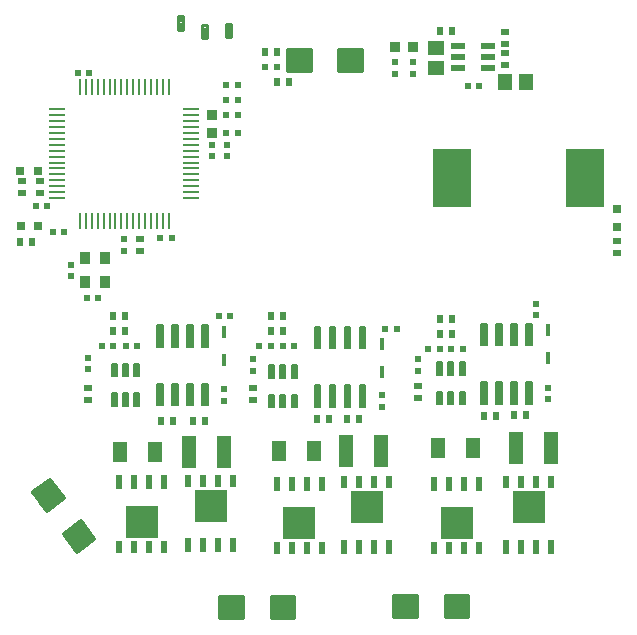
<source format=gbr>
G04 EAGLE Gerber RS-274X export*
G75*
%MOMM*%
%FSLAX34Y34*%
%LPD*%
%INSolderpaste Top*%
%IPPOS*%
%AMOC8*
5,1,8,0,0,1.08239X$1,22.5*%
G01*
G04 Define Apertures*
%ADD10C,0.319500*%
%ADD11R,0.560000X0.629100*%
%ADD12R,0.535100X0.644000*%
%ADD13R,0.629100X0.560000*%
%ADD14R,0.900000X0.970200*%
%ADD15R,0.932600X0.970200*%
%ADD16R,1.172300X0.591500*%
%ADD17R,0.644000X0.535100*%
%ADD18R,0.800000X0.800000*%
%ADD19C,0.150000*%
%ADD20R,0.463600X1.037600*%
%ADD21R,1.164600X1.815300*%
%ADD22R,0.280000X1.470000*%
%ADD23R,1.470000X0.280000*%
%ADD24R,0.970200X0.900000*%
%ADD25R,0.970200X0.932600*%
%ADD26R,0.939800X1.066800*%
%ADD27R,1.164600X2.715300*%
%ADD28R,1.465300X1.164600*%
%ADD29R,1.164600X1.465300*%
%ADD30R,3.251200X5.003800*%
%ADD31C,0.284478*%
%ADD32R,2.760000X2.680000*%
%ADD33R,0.610000X1.270000*%
%ADD34R,0.610000X1.020000*%
%ADD35C,0.145000*%
D10*
X9557Y157643D02*
X28863Y157643D01*
X28863Y139537D01*
X9557Y139537D01*
X9557Y157643D01*
X9557Y142572D02*
X28863Y142572D01*
X28863Y145607D02*
X9557Y145607D01*
X9557Y148642D02*
X28863Y148642D01*
X28863Y151677D02*
X9557Y151677D01*
X9557Y154712D02*
X28863Y154712D01*
X-14637Y157643D02*
X-33943Y157643D01*
X-14637Y157643D02*
X-14637Y139537D01*
X-33943Y139537D01*
X-33943Y157643D01*
X-33943Y142572D02*
X-14637Y142572D01*
X-14637Y145607D02*
X-33943Y145607D01*
X-33943Y148642D02*
X-14637Y148642D01*
X-14637Y151677D02*
X-33943Y151677D01*
X-33943Y154712D02*
X-14637Y154712D01*
D11*
X-43414Y143510D03*
X-53106Y143510D03*
D12*
X-43175Y130810D03*
X-33025Y130810D03*
X-53335Y156210D03*
X-43185Y156210D03*
D13*
X57150Y147392D03*
X57150Y137700D03*
X72390Y147086D03*
X72390Y137394D03*
D14*
X56919Y160020D03*
D15*
X72458Y160020D03*
D16*
X135215Y142226D03*
X135215Y151726D03*
X135215Y161226D03*
X110219Y161226D03*
X110219Y151726D03*
X110219Y142226D03*
D12*
X105405Y173990D03*
X95255Y173990D03*
D11*
X128036Y127000D03*
X118344Y127000D03*
D17*
X149860Y154935D03*
X149860Y144785D03*
X149860Y172715D03*
X149860Y162565D03*
D18*
X245110Y7740D03*
X245110Y22740D03*
D17*
X245110Y-13965D03*
X245110Y-3815D03*
D19*
X167930Y-74100D02*
X167930Y-92300D01*
X167930Y-74100D02*
X172430Y-74100D01*
X172430Y-92300D01*
X167930Y-92300D01*
X167930Y-90875D02*
X172430Y-90875D01*
X172430Y-89450D02*
X167930Y-89450D01*
X167930Y-88025D02*
X172430Y-88025D01*
X172430Y-86600D02*
X167930Y-86600D01*
X167930Y-85175D02*
X172430Y-85175D01*
X172430Y-83750D02*
X167930Y-83750D01*
X167930Y-82325D02*
X172430Y-82325D01*
X172430Y-80900D02*
X167930Y-80900D01*
X167930Y-79475D02*
X172430Y-79475D01*
X172430Y-78050D02*
X167930Y-78050D01*
X167930Y-76625D02*
X172430Y-76625D01*
X172430Y-75200D02*
X167930Y-75200D01*
X155230Y-74100D02*
X155230Y-92300D01*
X155230Y-74100D02*
X159730Y-74100D01*
X159730Y-92300D01*
X155230Y-92300D01*
X155230Y-90875D02*
X159730Y-90875D01*
X159730Y-89450D02*
X155230Y-89450D01*
X155230Y-88025D02*
X159730Y-88025D01*
X159730Y-86600D02*
X155230Y-86600D01*
X155230Y-85175D02*
X159730Y-85175D01*
X159730Y-83750D02*
X155230Y-83750D01*
X155230Y-82325D02*
X159730Y-82325D01*
X159730Y-80900D02*
X155230Y-80900D01*
X155230Y-79475D02*
X159730Y-79475D01*
X159730Y-78050D02*
X155230Y-78050D01*
X155230Y-76625D02*
X159730Y-76625D01*
X159730Y-75200D02*
X155230Y-75200D01*
X142530Y-74100D02*
X142530Y-92300D01*
X142530Y-74100D02*
X147030Y-74100D01*
X147030Y-92300D01*
X142530Y-92300D01*
X142530Y-90875D02*
X147030Y-90875D01*
X147030Y-89450D02*
X142530Y-89450D01*
X142530Y-88025D02*
X147030Y-88025D01*
X147030Y-86600D02*
X142530Y-86600D01*
X142530Y-85175D02*
X147030Y-85175D01*
X147030Y-83750D02*
X142530Y-83750D01*
X142530Y-82325D02*
X147030Y-82325D01*
X147030Y-80900D02*
X142530Y-80900D01*
X142530Y-79475D02*
X147030Y-79475D01*
X147030Y-78050D02*
X142530Y-78050D01*
X142530Y-76625D02*
X147030Y-76625D01*
X147030Y-75200D02*
X142530Y-75200D01*
X129830Y-74100D02*
X129830Y-92300D01*
X129830Y-74100D02*
X134330Y-74100D01*
X134330Y-92300D01*
X129830Y-92300D01*
X129830Y-90875D02*
X134330Y-90875D01*
X134330Y-89450D02*
X129830Y-89450D01*
X129830Y-88025D02*
X134330Y-88025D01*
X134330Y-86600D02*
X129830Y-86600D01*
X129830Y-85175D02*
X134330Y-85175D01*
X134330Y-83750D02*
X129830Y-83750D01*
X129830Y-82325D02*
X134330Y-82325D01*
X134330Y-80900D02*
X129830Y-80900D01*
X129830Y-79475D02*
X134330Y-79475D01*
X134330Y-78050D02*
X129830Y-78050D01*
X129830Y-76625D02*
X134330Y-76625D01*
X134330Y-75200D02*
X129830Y-75200D01*
X129830Y-123600D02*
X129830Y-141800D01*
X129830Y-123600D02*
X134330Y-123600D01*
X134330Y-141800D01*
X129830Y-141800D01*
X129830Y-140375D02*
X134330Y-140375D01*
X134330Y-138950D02*
X129830Y-138950D01*
X129830Y-137525D02*
X134330Y-137525D01*
X134330Y-136100D02*
X129830Y-136100D01*
X129830Y-134675D02*
X134330Y-134675D01*
X134330Y-133250D02*
X129830Y-133250D01*
X129830Y-131825D02*
X134330Y-131825D01*
X134330Y-130400D02*
X129830Y-130400D01*
X129830Y-128975D02*
X134330Y-128975D01*
X134330Y-127550D02*
X129830Y-127550D01*
X129830Y-126125D02*
X134330Y-126125D01*
X134330Y-124700D02*
X129830Y-124700D01*
X142530Y-123600D02*
X142530Y-141800D01*
X142530Y-123600D02*
X147030Y-123600D01*
X147030Y-141800D01*
X142530Y-141800D01*
X142530Y-140375D02*
X147030Y-140375D01*
X147030Y-138950D02*
X142530Y-138950D01*
X142530Y-137525D02*
X147030Y-137525D01*
X147030Y-136100D02*
X142530Y-136100D01*
X142530Y-134675D02*
X147030Y-134675D01*
X147030Y-133250D02*
X142530Y-133250D01*
X142530Y-131825D02*
X147030Y-131825D01*
X147030Y-130400D02*
X142530Y-130400D01*
X142530Y-128975D02*
X147030Y-128975D01*
X147030Y-127550D02*
X142530Y-127550D01*
X142530Y-126125D02*
X147030Y-126125D01*
X147030Y-124700D02*
X142530Y-124700D01*
X155230Y-123600D02*
X155230Y-141800D01*
X155230Y-123600D02*
X159730Y-123600D01*
X159730Y-141800D01*
X155230Y-141800D01*
X155230Y-140375D02*
X159730Y-140375D01*
X159730Y-138950D02*
X155230Y-138950D01*
X155230Y-137525D02*
X159730Y-137525D01*
X159730Y-136100D02*
X155230Y-136100D01*
X155230Y-134675D02*
X159730Y-134675D01*
X159730Y-133250D02*
X155230Y-133250D01*
X155230Y-131825D02*
X159730Y-131825D01*
X159730Y-130400D02*
X155230Y-130400D01*
X155230Y-128975D02*
X159730Y-128975D01*
X159730Y-127550D02*
X155230Y-127550D01*
X155230Y-126125D02*
X159730Y-126125D01*
X159730Y-124700D02*
X155230Y-124700D01*
X167930Y-123600D02*
X167930Y-141800D01*
X167930Y-123600D02*
X172430Y-123600D01*
X172430Y-141800D01*
X167930Y-141800D01*
X167930Y-140375D02*
X172430Y-140375D01*
X172430Y-138950D02*
X167930Y-138950D01*
X167930Y-137525D02*
X172430Y-137525D01*
X172430Y-136100D02*
X167930Y-136100D01*
X167930Y-134675D02*
X172430Y-134675D01*
X172430Y-133250D02*
X167930Y-133250D01*
X167930Y-131825D02*
X172430Y-131825D01*
X172430Y-130400D02*
X167930Y-130400D01*
X167930Y-128975D02*
X172430Y-128975D01*
X172430Y-127550D02*
X167930Y-127550D01*
X167930Y-126125D02*
X172430Y-126125D01*
X172430Y-124700D02*
X167930Y-124700D01*
D13*
X176530Y-67076D03*
X176530Y-57384D03*
D20*
X186690Y-103335D03*
X186690Y-79545D03*
D12*
X167635Y-151130D03*
X157485Y-151130D03*
X142235Y-152400D03*
X132085Y-152400D03*
D21*
X93196Y-179070D03*
X122704Y-179070D03*
D13*
X186690Y-138196D03*
X186690Y-128504D03*
D22*
X-209866Y13150D03*
X-204866Y13150D03*
X-199866Y13150D03*
X-194866Y13150D03*
X-189866Y13150D03*
X-184866Y13150D03*
X-179866Y13150D03*
X-174866Y13150D03*
X-169866Y13150D03*
X-164866Y13150D03*
X-159866Y13150D03*
X-154866Y13150D03*
X-149866Y13150D03*
X-144866Y13150D03*
X-139866Y13150D03*
X-134866Y13150D03*
D23*
X-115666Y32350D03*
X-115666Y37350D03*
X-115666Y42350D03*
X-115666Y47350D03*
X-115666Y52350D03*
X-115666Y57350D03*
X-115666Y62350D03*
X-115666Y67350D03*
X-115666Y72350D03*
X-115666Y77350D03*
X-115666Y82350D03*
X-115666Y87350D03*
X-115666Y92350D03*
X-115666Y97350D03*
X-115666Y102350D03*
X-115666Y107350D03*
D22*
X-134866Y126550D03*
X-139866Y126550D03*
X-144866Y126550D03*
X-149866Y126550D03*
X-154866Y126550D03*
X-159866Y126550D03*
X-164866Y126550D03*
X-169866Y126550D03*
X-174866Y126550D03*
X-179866Y126550D03*
X-184866Y126550D03*
X-189866Y126550D03*
X-194866Y126550D03*
X-199866Y126550D03*
X-204866Y126550D03*
X-209866Y126550D03*
D23*
X-229066Y107350D03*
X-229066Y102350D03*
X-229066Y97350D03*
X-229066Y92350D03*
X-229066Y87350D03*
X-229066Y82350D03*
X-229066Y77350D03*
X-229066Y72350D03*
X-229066Y67350D03*
X-229066Y62350D03*
X-229066Y57350D03*
X-229066Y52350D03*
X-229066Y47350D03*
X-229066Y42350D03*
X-229066Y37350D03*
X-229066Y32350D03*
D11*
X-86126Y128270D03*
X-76434Y128270D03*
X-237724Y25400D03*
X-247416Y25400D03*
X-132314Y-1270D03*
X-142006Y-1270D03*
X-211856Y138570D03*
X-202164Y138570D03*
X-86126Y115570D03*
X-76434Y115570D03*
D24*
X-97790Y87399D03*
D25*
X-97790Y102938D03*
D11*
X-86126Y87630D03*
X-76434Y87630D03*
X-86126Y102870D03*
X-76434Y102870D03*
D13*
X-85090Y77236D03*
X-85090Y67544D03*
X-97790Y77236D03*
X-97790Y67544D03*
D17*
X-243840Y46985D03*
X-243840Y36835D03*
D13*
X-172720Y-2774D03*
X-172720Y-12466D03*
D17*
X-158750Y-12695D03*
X-158750Y-2545D03*
D26*
X-205317Y-18838D03*
X-205317Y-38396D03*
X-188553Y-38396D03*
X-188553Y-18838D03*
D11*
X-194544Y-52070D03*
X-204236Y-52070D03*
D13*
X-217104Y-24430D03*
X-217104Y-34122D03*
D18*
X-260750Y55185D03*
X-245750Y55185D03*
D17*
X-259080Y46411D03*
X-259080Y36261D03*
D19*
X26960Y-76640D02*
X26960Y-94840D01*
X26960Y-76640D02*
X31460Y-76640D01*
X31460Y-94840D01*
X26960Y-94840D01*
X26960Y-93415D02*
X31460Y-93415D01*
X31460Y-91990D02*
X26960Y-91990D01*
X26960Y-90565D02*
X31460Y-90565D01*
X31460Y-89140D02*
X26960Y-89140D01*
X26960Y-87715D02*
X31460Y-87715D01*
X31460Y-86290D02*
X26960Y-86290D01*
X26960Y-84865D02*
X31460Y-84865D01*
X31460Y-83440D02*
X26960Y-83440D01*
X26960Y-82015D02*
X31460Y-82015D01*
X31460Y-80590D02*
X26960Y-80590D01*
X26960Y-79165D02*
X31460Y-79165D01*
X31460Y-77740D02*
X26960Y-77740D01*
X14260Y-76640D02*
X14260Y-94840D01*
X14260Y-76640D02*
X18760Y-76640D01*
X18760Y-94840D01*
X14260Y-94840D01*
X14260Y-93415D02*
X18760Y-93415D01*
X18760Y-91990D02*
X14260Y-91990D01*
X14260Y-90565D02*
X18760Y-90565D01*
X18760Y-89140D02*
X14260Y-89140D01*
X14260Y-87715D02*
X18760Y-87715D01*
X18760Y-86290D02*
X14260Y-86290D01*
X14260Y-84865D02*
X18760Y-84865D01*
X18760Y-83440D02*
X14260Y-83440D01*
X14260Y-82015D02*
X18760Y-82015D01*
X18760Y-80590D02*
X14260Y-80590D01*
X14260Y-79165D02*
X18760Y-79165D01*
X18760Y-77740D02*
X14260Y-77740D01*
X1560Y-76640D02*
X1560Y-94840D01*
X1560Y-76640D02*
X6060Y-76640D01*
X6060Y-94840D01*
X1560Y-94840D01*
X1560Y-93415D02*
X6060Y-93415D01*
X6060Y-91990D02*
X1560Y-91990D01*
X1560Y-90565D02*
X6060Y-90565D01*
X6060Y-89140D02*
X1560Y-89140D01*
X1560Y-87715D02*
X6060Y-87715D01*
X6060Y-86290D02*
X1560Y-86290D01*
X1560Y-84865D02*
X6060Y-84865D01*
X6060Y-83440D02*
X1560Y-83440D01*
X1560Y-82015D02*
X6060Y-82015D01*
X6060Y-80590D02*
X1560Y-80590D01*
X1560Y-79165D02*
X6060Y-79165D01*
X6060Y-77740D02*
X1560Y-77740D01*
X-11140Y-76640D02*
X-11140Y-94840D01*
X-11140Y-76640D02*
X-6640Y-76640D01*
X-6640Y-94840D01*
X-11140Y-94840D01*
X-11140Y-93415D02*
X-6640Y-93415D01*
X-6640Y-91990D02*
X-11140Y-91990D01*
X-11140Y-90565D02*
X-6640Y-90565D01*
X-6640Y-89140D02*
X-11140Y-89140D01*
X-11140Y-87715D02*
X-6640Y-87715D01*
X-6640Y-86290D02*
X-11140Y-86290D01*
X-11140Y-84865D02*
X-6640Y-84865D01*
X-6640Y-83440D02*
X-11140Y-83440D01*
X-11140Y-82015D02*
X-6640Y-82015D01*
X-6640Y-80590D02*
X-11140Y-80590D01*
X-11140Y-79165D02*
X-6640Y-79165D01*
X-6640Y-77740D02*
X-11140Y-77740D01*
X-11140Y-126140D02*
X-11140Y-144340D01*
X-11140Y-126140D02*
X-6640Y-126140D01*
X-6640Y-144340D01*
X-11140Y-144340D01*
X-11140Y-142915D02*
X-6640Y-142915D01*
X-6640Y-141490D02*
X-11140Y-141490D01*
X-11140Y-140065D02*
X-6640Y-140065D01*
X-6640Y-138640D02*
X-11140Y-138640D01*
X-11140Y-137215D02*
X-6640Y-137215D01*
X-6640Y-135790D02*
X-11140Y-135790D01*
X-11140Y-134365D02*
X-6640Y-134365D01*
X-6640Y-132940D02*
X-11140Y-132940D01*
X-11140Y-131515D02*
X-6640Y-131515D01*
X-6640Y-130090D02*
X-11140Y-130090D01*
X-11140Y-128665D02*
X-6640Y-128665D01*
X-6640Y-127240D02*
X-11140Y-127240D01*
X1560Y-126140D02*
X1560Y-144340D01*
X1560Y-126140D02*
X6060Y-126140D01*
X6060Y-144340D01*
X1560Y-144340D01*
X1560Y-142915D02*
X6060Y-142915D01*
X6060Y-141490D02*
X1560Y-141490D01*
X1560Y-140065D02*
X6060Y-140065D01*
X6060Y-138640D02*
X1560Y-138640D01*
X1560Y-137215D02*
X6060Y-137215D01*
X6060Y-135790D02*
X1560Y-135790D01*
X1560Y-134365D02*
X6060Y-134365D01*
X6060Y-132940D02*
X1560Y-132940D01*
X1560Y-131515D02*
X6060Y-131515D01*
X6060Y-130090D02*
X1560Y-130090D01*
X1560Y-128665D02*
X6060Y-128665D01*
X6060Y-127240D02*
X1560Y-127240D01*
X14260Y-126140D02*
X14260Y-144340D01*
X14260Y-126140D02*
X18760Y-126140D01*
X18760Y-144340D01*
X14260Y-144340D01*
X14260Y-142915D02*
X18760Y-142915D01*
X18760Y-141490D02*
X14260Y-141490D01*
X14260Y-140065D02*
X18760Y-140065D01*
X18760Y-138640D02*
X14260Y-138640D01*
X14260Y-137215D02*
X18760Y-137215D01*
X18760Y-135790D02*
X14260Y-135790D01*
X14260Y-134365D02*
X18760Y-134365D01*
X18760Y-132940D02*
X14260Y-132940D01*
X14260Y-131515D02*
X18760Y-131515D01*
X18760Y-130090D02*
X14260Y-130090D01*
X14260Y-128665D02*
X18760Y-128665D01*
X18760Y-127240D02*
X14260Y-127240D01*
X26960Y-126140D02*
X26960Y-144340D01*
X26960Y-126140D02*
X31460Y-126140D01*
X31460Y-144340D01*
X26960Y-144340D01*
X26960Y-142915D02*
X31460Y-142915D01*
X31460Y-141490D02*
X26960Y-141490D01*
X26960Y-140065D02*
X31460Y-140065D01*
X31460Y-138640D02*
X26960Y-138640D01*
X26960Y-137215D02*
X31460Y-137215D01*
X31460Y-135790D02*
X26960Y-135790D01*
X26960Y-134365D02*
X31460Y-134365D01*
X31460Y-132940D02*
X26960Y-132940D01*
X26960Y-131515D02*
X31460Y-131515D01*
X31460Y-130090D02*
X26960Y-130090D01*
X26960Y-128665D02*
X31460Y-128665D01*
X31460Y-127240D02*
X26960Y-127240D01*
D11*
X48494Y-78740D03*
X58186Y-78740D03*
D20*
X45720Y-114765D03*
X45720Y-90975D03*
D12*
X26665Y-154940D03*
X16515Y-154940D03*
X1265Y-154940D03*
X-8885Y-154940D03*
D21*
X-41424Y-181610D03*
X-11916Y-181610D03*
D13*
X45720Y-144546D03*
X45720Y-134854D03*
D19*
X-106390Y-93570D02*
X-106390Y-75370D01*
X-101890Y-75370D01*
X-101890Y-93570D01*
X-106390Y-93570D01*
X-106390Y-92145D02*
X-101890Y-92145D01*
X-101890Y-90720D02*
X-106390Y-90720D01*
X-106390Y-89295D02*
X-101890Y-89295D01*
X-101890Y-87870D02*
X-106390Y-87870D01*
X-106390Y-86445D02*
X-101890Y-86445D01*
X-101890Y-85020D02*
X-106390Y-85020D01*
X-106390Y-83595D02*
X-101890Y-83595D01*
X-101890Y-82170D02*
X-106390Y-82170D01*
X-106390Y-80745D02*
X-101890Y-80745D01*
X-101890Y-79320D02*
X-106390Y-79320D01*
X-106390Y-77895D02*
X-101890Y-77895D01*
X-101890Y-76470D02*
X-106390Y-76470D01*
X-119090Y-75370D02*
X-119090Y-93570D01*
X-119090Y-75370D02*
X-114590Y-75370D01*
X-114590Y-93570D01*
X-119090Y-93570D01*
X-119090Y-92145D02*
X-114590Y-92145D01*
X-114590Y-90720D02*
X-119090Y-90720D01*
X-119090Y-89295D02*
X-114590Y-89295D01*
X-114590Y-87870D02*
X-119090Y-87870D01*
X-119090Y-86445D02*
X-114590Y-86445D01*
X-114590Y-85020D02*
X-119090Y-85020D01*
X-119090Y-83595D02*
X-114590Y-83595D01*
X-114590Y-82170D02*
X-119090Y-82170D01*
X-119090Y-80745D02*
X-114590Y-80745D01*
X-114590Y-79320D02*
X-119090Y-79320D01*
X-119090Y-77895D02*
X-114590Y-77895D01*
X-114590Y-76470D02*
X-119090Y-76470D01*
X-131790Y-75370D02*
X-131790Y-93570D01*
X-131790Y-75370D02*
X-127290Y-75370D01*
X-127290Y-93570D01*
X-131790Y-93570D01*
X-131790Y-92145D02*
X-127290Y-92145D01*
X-127290Y-90720D02*
X-131790Y-90720D01*
X-131790Y-89295D02*
X-127290Y-89295D01*
X-127290Y-87870D02*
X-131790Y-87870D01*
X-131790Y-86445D02*
X-127290Y-86445D01*
X-127290Y-85020D02*
X-131790Y-85020D01*
X-131790Y-83595D02*
X-127290Y-83595D01*
X-127290Y-82170D02*
X-131790Y-82170D01*
X-131790Y-80745D02*
X-127290Y-80745D01*
X-127290Y-79320D02*
X-131790Y-79320D01*
X-131790Y-77895D02*
X-127290Y-77895D01*
X-127290Y-76470D02*
X-131790Y-76470D01*
X-144490Y-75370D02*
X-144490Y-93570D01*
X-144490Y-75370D02*
X-139990Y-75370D01*
X-139990Y-93570D01*
X-144490Y-93570D01*
X-144490Y-92145D02*
X-139990Y-92145D01*
X-139990Y-90720D02*
X-144490Y-90720D01*
X-144490Y-89295D02*
X-139990Y-89295D01*
X-139990Y-87870D02*
X-144490Y-87870D01*
X-144490Y-86445D02*
X-139990Y-86445D01*
X-139990Y-85020D02*
X-144490Y-85020D01*
X-144490Y-83595D02*
X-139990Y-83595D01*
X-139990Y-82170D02*
X-144490Y-82170D01*
X-144490Y-80745D02*
X-139990Y-80745D01*
X-139990Y-79320D02*
X-144490Y-79320D01*
X-144490Y-77895D02*
X-139990Y-77895D01*
X-139990Y-76470D02*
X-144490Y-76470D01*
X-144490Y-124870D02*
X-144490Y-143070D01*
X-144490Y-124870D02*
X-139990Y-124870D01*
X-139990Y-143070D01*
X-144490Y-143070D01*
X-144490Y-141645D02*
X-139990Y-141645D01*
X-139990Y-140220D02*
X-144490Y-140220D01*
X-144490Y-138795D02*
X-139990Y-138795D01*
X-139990Y-137370D02*
X-144490Y-137370D01*
X-144490Y-135945D02*
X-139990Y-135945D01*
X-139990Y-134520D02*
X-144490Y-134520D01*
X-144490Y-133095D02*
X-139990Y-133095D01*
X-139990Y-131670D02*
X-144490Y-131670D01*
X-144490Y-130245D02*
X-139990Y-130245D01*
X-139990Y-128820D02*
X-144490Y-128820D01*
X-144490Y-127395D02*
X-139990Y-127395D01*
X-139990Y-125970D02*
X-144490Y-125970D01*
X-131790Y-124870D02*
X-131790Y-143070D01*
X-131790Y-124870D02*
X-127290Y-124870D01*
X-127290Y-143070D01*
X-131790Y-143070D01*
X-131790Y-141645D02*
X-127290Y-141645D01*
X-127290Y-140220D02*
X-131790Y-140220D01*
X-131790Y-138795D02*
X-127290Y-138795D01*
X-127290Y-137370D02*
X-131790Y-137370D01*
X-131790Y-135945D02*
X-127290Y-135945D01*
X-127290Y-134520D02*
X-131790Y-134520D01*
X-131790Y-133095D02*
X-127290Y-133095D01*
X-127290Y-131670D02*
X-131790Y-131670D01*
X-131790Y-130245D02*
X-127290Y-130245D01*
X-127290Y-128820D02*
X-131790Y-128820D01*
X-131790Y-127395D02*
X-127290Y-127395D01*
X-127290Y-125970D02*
X-131790Y-125970D01*
X-119090Y-124870D02*
X-119090Y-143070D01*
X-119090Y-124870D02*
X-114590Y-124870D01*
X-114590Y-143070D01*
X-119090Y-143070D01*
X-119090Y-141645D02*
X-114590Y-141645D01*
X-114590Y-140220D02*
X-119090Y-140220D01*
X-119090Y-138795D02*
X-114590Y-138795D01*
X-114590Y-137370D02*
X-119090Y-137370D01*
X-119090Y-135945D02*
X-114590Y-135945D01*
X-114590Y-134520D02*
X-119090Y-134520D01*
X-119090Y-133095D02*
X-114590Y-133095D01*
X-114590Y-131670D02*
X-119090Y-131670D01*
X-119090Y-130245D02*
X-114590Y-130245D01*
X-114590Y-128820D02*
X-119090Y-128820D01*
X-119090Y-127395D02*
X-114590Y-127395D01*
X-114590Y-125970D02*
X-119090Y-125970D01*
X-106390Y-124870D02*
X-106390Y-143070D01*
X-106390Y-124870D02*
X-101890Y-124870D01*
X-101890Y-143070D01*
X-106390Y-143070D01*
X-106390Y-141645D02*
X-101890Y-141645D01*
X-101890Y-140220D02*
X-106390Y-140220D01*
X-106390Y-138795D02*
X-101890Y-138795D01*
X-101890Y-137370D02*
X-106390Y-137370D01*
X-106390Y-135945D02*
X-101890Y-135945D01*
X-101890Y-134520D02*
X-106390Y-134520D01*
X-106390Y-133095D02*
X-101890Y-133095D01*
X-101890Y-131670D02*
X-106390Y-131670D01*
X-106390Y-130245D02*
X-101890Y-130245D01*
X-101890Y-128820D02*
X-106390Y-128820D01*
X-106390Y-127395D02*
X-101890Y-127395D01*
X-101890Y-125970D02*
X-106390Y-125970D01*
D11*
X-92476Y-67310D03*
X-82784Y-67310D03*
D20*
X-87630Y-104605D03*
X-87630Y-80815D03*
D12*
X-104145Y-156210D03*
X-114295Y-156210D03*
X-130815Y-156210D03*
X-140965Y-156210D03*
D21*
X-176044Y-182880D03*
X-146536Y-182880D03*
D13*
X-87630Y-139466D03*
X-87630Y-129774D03*
D18*
X-260230Y8890D03*
X-245230Y8890D03*
D12*
X-260345Y-5080D03*
X-250195Y-5080D03*
D27*
X-88116Y-182880D03*
X-117624Y-182880D03*
X45234Y-181610D03*
X15726Y-181610D03*
X188744Y-179070D03*
X159236Y-179070D03*
D28*
X91440Y159687D03*
X91440Y142179D03*
D29*
X149996Y130810D03*
X167504Y130810D03*
D30*
X104859Y49374D03*
X217361Y49374D03*
D11*
X-223008Y3810D03*
X-232700Y3810D03*
D10*
X99727Y-304637D02*
X119033Y-304637D01*
X119033Y-322743D01*
X99727Y-322743D01*
X99727Y-304637D01*
X99727Y-319708D02*
X119033Y-319708D01*
X119033Y-316673D02*
X99727Y-316673D01*
X99727Y-313638D02*
X119033Y-313638D01*
X119033Y-310603D02*
X99727Y-310603D01*
X99727Y-307568D02*
X119033Y-307568D01*
X75533Y-304637D02*
X56227Y-304637D01*
X75533Y-304637D02*
X75533Y-322743D01*
X56227Y-322743D01*
X56227Y-304637D01*
X56227Y-319708D02*
X75533Y-319708D01*
X75533Y-316673D02*
X56227Y-316673D01*
X56227Y-313638D02*
X75533Y-313638D01*
X75533Y-310603D02*
X56227Y-310603D01*
X56227Y-307568D02*
X75533Y-307568D01*
X-28287Y-305137D02*
X-47593Y-305137D01*
X-28287Y-305137D02*
X-28287Y-323243D01*
X-47593Y-323243D01*
X-47593Y-305137D01*
X-47593Y-320208D02*
X-28287Y-320208D01*
X-28287Y-317173D02*
X-47593Y-317173D01*
X-47593Y-314138D02*
X-28287Y-314138D01*
X-28287Y-311103D02*
X-47593Y-311103D01*
X-47593Y-308068D02*
X-28287Y-308068D01*
X-71787Y-305137D02*
X-91093Y-305137D01*
X-71787Y-305137D02*
X-71787Y-323243D01*
X-91093Y-323243D01*
X-91093Y-305137D01*
X-91093Y-320208D02*
X-71787Y-320208D01*
X-71787Y-317173D02*
X-91093Y-317173D01*
X-91093Y-314138D02*
X-71787Y-314138D01*
X-71787Y-311103D02*
X-91093Y-311103D01*
X-91093Y-308068D02*
X-71787Y-308068D01*
X-197760Y-256663D02*
X-209244Y-241145D01*
X-197760Y-256663D02*
X-212314Y-267433D01*
X-223798Y-251915D01*
X-209244Y-241145D01*
X-208213Y-264398D02*
X-214560Y-264398D01*
X-216806Y-261363D02*
X-204111Y-261363D01*
X-200010Y-258328D02*
X-219052Y-258328D01*
X-221298Y-255293D02*
X-198774Y-255293D01*
X-201020Y-252258D02*
X-223544Y-252258D01*
X-220160Y-249223D02*
X-203266Y-249223D01*
X-205512Y-246188D02*
X-216059Y-246188D01*
X-211958Y-243153D02*
X-207758Y-243153D01*
X-223635Y-221696D02*
X-235119Y-206178D01*
X-223635Y-221696D02*
X-238189Y-232466D01*
X-249673Y-216948D01*
X-235119Y-206178D01*
X-234088Y-229431D02*
X-240435Y-229431D01*
X-242681Y-226396D02*
X-229986Y-226396D01*
X-225885Y-223361D02*
X-244927Y-223361D01*
X-247173Y-220326D02*
X-224649Y-220326D01*
X-226895Y-217291D02*
X-249419Y-217291D01*
X-246035Y-214256D02*
X-229141Y-214256D01*
X-231387Y-211221D02*
X-241934Y-211221D01*
X-237833Y-208186D02*
X-233633Y-208186D01*
D31*
X-102553Y167597D02*
X-102553Y178977D01*
X-102553Y167597D02*
X-106821Y167597D01*
X-106821Y178977D01*
X-102553Y178977D01*
X-102553Y170300D02*
X-106821Y170300D01*
X-106821Y173003D02*
X-102553Y173003D01*
X-102553Y175706D02*
X-106821Y175706D01*
X-106821Y178409D02*
X-102553Y178409D01*
X-122326Y174650D02*
X-122326Y186030D01*
X-122326Y174650D02*
X-126594Y174650D01*
X-126594Y186030D01*
X-122326Y186030D01*
X-122326Y177353D02*
X-126594Y177353D01*
X-126594Y180056D02*
X-122326Y180056D01*
X-122326Y182759D02*
X-126594Y182759D01*
X-126594Y185462D02*
X-122326Y185462D01*
X-81686Y179680D02*
X-81686Y168300D01*
X-85954Y168300D01*
X-85954Y179680D01*
X-81686Y179680D01*
X-81686Y171003D02*
X-85954Y171003D01*
X-85954Y173706D02*
X-81686Y173706D01*
X-81686Y176409D02*
X-85954Y176409D01*
X-85954Y179112D02*
X-81686Y179112D01*
D32*
X170180Y-229320D03*
D33*
X176530Y-262920D03*
X163830Y-262920D03*
X151130Y-262920D03*
X189230Y-262920D03*
D34*
X189230Y-208270D03*
X176530Y-208270D03*
X163830Y-208270D03*
X151130Y-208270D03*
D32*
X109220Y-243120D03*
D33*
X102870Y-209520D03*
X115570Y-209520D03*
X128270Y-209520D03*
X90170Y-209520D03*
D34*
X90170Y-264170D03*
X102870Y-264170D03*
X115570Y-264170D03*
X128270Y-264170D03*
D32*
X33020Y-229211D03*
D33*
X39370Y-262811D03*
X26670Y-262811D03*
X13970Y-262811D03*
X52070Y-262811D03*
D34*
X52070Y-208161D03*
X39370Y-208161D03*
X26670Y-208161D03*
X13970Y-208161D03*
D32*
X-24130Y-243120D03*
D33*
X-30480Y-209520D03*
X-17780Y-209520D03*
X-5080Y-209520D03*
X-43180Y-209520D03*
D34*
X-43180Y-264170D03*
X-30480Y-264170D03*
X-17780Y-264170D03*
X-5080Y-264170D03*
D32*
X-99060Y-228050D03*
D33*
X-92710Y-261650D03*
X-105410Y-261650D03*
X-118110Y-261650D03*
X-80010Y-261650D03*
D34*
X-80010Y-207000D03*
X-92710Y-207000D03*
X-105410Y-207000D03*
X-118110Y-207000D03*
D32*
X-157480Y-241850D03*
D33*
X-163830Y-208250D03*
X-151130Y-208250D03*
X-138430Y-208250D03*
X-176530Y-208250D03*
D34*
X-176530Y-262900D03*
X-163830Y-262900D03*
X-151130Y-262900D03*
X-138430Y-262900D03*
D11*
X-58186Y-92710D03*
X-48494Y-92710D03*
D13*
X-63500Y-104374D03*
X-63500Y-114066D03*
D17*
X-63500Y-128275D03*
X-63500Y-138425D03*
D35*
X-45425Y-134225D02*
X-45425Y-144875D01*
X-49775Y-144875D01*
X-49775Y-134225D01*
X-45425Y-134225D01*
X-45425Y-143498D02*
X-49775Y-143498D01*
X-49775Y-142121D02*
X-45425Y-142121D01*
X-45425Y-140744D02*
X-49775Y-140744D01*
X-49775Y-139367D02*
X-45425Y-139367D01*
X-45425Y-137990D02*
X-49775Y-137990D01*
X-49775Y-136613D02*
X-45425Y-136613D01*
X-45425Y-135236D02*
X-49775Y-135236D01*
X-35925Y-134225D02*
X-35925Y-144875D01*
X-40275Y-144875D01*
X-40275Y-134225D01*
X-35925Y-134225D01*
X-35925Y-143498D02*
X-40275Y-143498D01*
X-40275Y-142121D02*
X-35925Y-142121D01*
X-35925Y-140744D02*
X-40275Y-140744D01*
X-40275Y-139367D02*
X-35925Y-139367D01*
X-35925Y-137990D02*
X-40275Y-137990D01*
X-40275Y-136613D02*
X-35925Y-136613D01*
X-35925Y-135236D02*
X-40275Y-135236D01*
X-26425Y-134225D02*
X-26425Y-144875D01*
X-30775Y-144875D01*
X-30775Y-134225D01*
X-26425Y-134225D01*
X-26425Y-143498D02*
X-30775Y-143498D01*
X-30775Y-142121D02*
X-26425Y-142121D01*
X-26425Y-140744D02*
X-30775Y-140744D01*
X-30775Y-139367D02*
X-26425Y-139367D01*
X-26425Y-137990D02*
X-30775Y-137990D01*
X-30775Y-136613D02*
X-26425Y-136613D01*
X-26425Y-135236D02*
X-30775Y-135236D01*
X-45425Y-119775D02*
X-45425Y-109125D01*
X-45425Y-119775D02*
X-49775Y-119775D01*
X-49775Y-109125D01*
X-45425Y-109125D01*
X-45425Y-118398D02*
X-49775Y-118398D01*
X-49775Y-117021D02*
X-45425Y-117021D01*
X-45425Y-115644D02*
X-49775Y-115644D01*
X-49775Y-114267D02*
X-45425Y-114267D01*
X-45425Y-112890D02*
X-49775Y-112890D01*
X-49775Y-111513D02*
X-45425Y-111513D01*
X-45425Y-110136D02*
X-49775Y-110136D01*
X-35925Y-109125D02*
X-35925Y-119775D01*
X-40275Y-119775D01*
X-40275Y-109125D01*
X-35925Y-109125D01*
X-35925Y-118398D02*
X-40275Y-118398D01*
X-40275Y-117021D02*
X-35925Y-117021D01*
X-35925Y-115644D02*
X-40275Y-115644D01*
X-40275Y-114267D02*
X-35925Y-114267D01*
X-35925Y-112890D02*
X-40275Y-112890D01*
X-40275Y-111513D02*
X-35925Y-111513D01*
X-35925Y-110136D02*
X-40275Y-110136D01*
X-26425Y-109125D02*
X-26425Y-119775D01*
X-30775Y-119775D01*
X-30775Y-109125D01*
X-26425Y-109125D01*
X-26425Y-118398D02*
X-30775Y-118398D01*
X-30775Y-117021D02*
X-26425Y-117021D01*
X-26425Y-115644D02*
X-30775Y-115644D01*
X-30775Y-114267D02*
X-26425Y-114267D01*
X-26425Y-112890D02*
X-30775Y-112890D01*
X-30775Y-111513D02*
X-26425Y-111513D01*
X-26425Y-110136D02*
X-30775Y-110136D01*
D12*
X-38105Y-80010D03*
X-48255Y-80010D03*
X-48255Y-67310D03*
X-38105Y-67310D03*
D11*
X-28585Y-92710D03*
X-38277Y-92710D03*
X-191536Y-92710D03*
X-181844Y-92710D03*
D13*
X-203200Y-103104D03*
X-203200Y-112796D03*
D17*
X-203200Y-128275D03*
X-203200Y-138425D03*
D35*
X-178775Y-143605D02*
X-178775Y-132955D01*
X-178775Y-143605D02*
X-183125Y-143605D01*
X-183125Y-132955D01*
X-178775Y-132955D01*
X-178775Y-142228D02*
X-183125Y-142228D01*
X-183125Y-140851D02*
X-178775Y-140851D01*
X-178775Y-139474D02*
X-183125Y-139474D01*
X-183125Y-138097D02*
X-178775Y-138097D01*
X-178775Y-136720D02*
X-183125Y-136720D01*
X-183125Y-135343D02*
X-178775Y-135343D01*
X-178775Y-133966D02*
X-183125Y-133966D01*
X-169275Y-132955D02*
X-169275Y-143605D01*
X-173625Y-143605D01*
X-173625Y-132955D01*
X-169275Y-132955D01*
X-169275Y-142228D02*
X-173625Y-142228D01*
X-173625Y-140851D02*
X-169275Y-140851D01*
X-169275Y-139474D02*
X-173625Y-139474D01*
X-173625Y-138097D02*
X-169275Y-138097D01*
X-169275Y-136720D02*
X-173625Y-136720D01*
X-173625Y-135343D02*
X-169275Y-135343D01*
X-169275Y-133966D02*
X-173625Y-133966D01*
X-159775Y-132955D02*
X-159775Y-143605D01*
X-164125Y-143605D01*
X-164125Y-132955D01*
X-159775Y-132955D01*
X-159775Y-142228D02*
X-164125Y-142228D01*
X-164125Y-140851D02*
X-159775Y-140851D01*
X-159775Y-139474D02*
X-164125Y-139474D01*
X-164125Y-138097D02*
X-159775Y-138097D01*
X-159775Y-136720D02*
X-164125Y-136720D01*
X-164125Y-135343D02*
X-159775Y-135343D01*
X-159775Y-133966D02*
X-164125Y-133966D01*
X-178775Y-118505D02*
X-178775Y-107855D01*
X-178775Y-118505D02*
X-183125Y-118505D01*
X-183125Y-107855D01*
X-178775Y-107855D01*
X-178775Y-117128D02*
X-183125Y-117128D01*
X-183125Y-115751D02*
X-178775Y-115751D01*
X-178775Y-114374D02*
X-183125Y-114374D01*
X-183125Y-112997D02*
X-178775Y-112997D01*
X-178775Y-111620D02*
X-183125Y-111620D01*
X-183125Y-110243D02*
X-178775Y-110243D01*
X-178775Y-108866D02*
X-183125Y-108866D01*
X-169275Y-107855D02*
X-169275Y-118505D01*
X-173625Y-118505D01*
X-173625Y-107855D01*
X-169275Y-107855D01*
X-169275Y-117128D02*
X-173625Y-117128D01*
X-173625Y-115751D02*
X-169275Y-115751D01*
X-169275Y-114374D02*
X-173625Y-114374D01*
X-173625Y-112997D02*
X-169275Y-112997D01*
X-169275Y-111620D02*
X-173625Y-111620D01*
X-173625Y-110243D02*
X-169275Y-110243D01*
X-169275Y-108866D02*
X-173625Y-108866D01*
X-159775Y-107855D02*
X-159775Y-118505D01*
X-164125Y-118505D01*
X-164125Y-107855D01*
X-159775Y-107855D01*
X-159775Y-117128D02*
X-164125Y-117128D01*
X-164125Y-115751D02*
X-159775Y-115751D01*
X-159775Y-114374D02*
X-164125Y-114374D01*
X-164125Y-112997D02*
X-159775Y-112997D01*
X-159775Y-111620D02*
X-164125Y-111620D01*
X-164125Y-110243D02*
X-159775Y-110243D01*
X-159775Y-108866D02*
X-164125Y-108866D01*
D12*
X-171455Y-80010D03*
X-181605Y-80010D03*
X-181605Y-67310D03*
X-171455Y-67310D03*
D11*
X-161524Y-92710D03*
X-171216Y-92710D03*
X85018Y-95250D03*
X94710Y-95250D03*
D13*
X76200Y-104374D03*
X76200Y-114066D03*
D17*
X76200Y-127005D03*
X76200Y-137155D03*
D35*
X96815Y-142335D02*
X96815Y-131685D01*
X96815Y-142335D02*
X92465Y-142335D01*
X92465Y-131685D01*
X96815Y-131685D01*
X96815Y-140958D02*
X92465Y-140958D01*
X92465Y-139581D02*
X96815Y-139581D01*
X96815Y-138204D02*
X92465Y-138204D01*
X92465Y-136827D02*
X96815Y-136827D01*
X96815Y-135450D02*
X92465Y-135450D01*
X92465Y-134073D02*
X96815Y-134073D01*
X96815Y-132696D02*
X92465Y-132696D01*
X106315Y-131685D02*
X106315Y-142335D01*
X101965Y-142335D01*
X101965Y-131685D01*
X106315Y-131685D01*
X106315Y-140958D02*
X101965Y-140958D01*
X101965Y-139581D02*
X106315Y-139581D01*
X106315Y-138204D02*
X101965Y-138204D01*
X101965Y-136827D02*
X106315Y-136827D01*
X106315Y-135450D02*
X101965Y-135450D01*
X101965Y-134073D02*
X106315Y-134073D01*
X106315Y-132696D02*
X101965Y-132696D01*
X115815Y-131685D02*
X115815Y-142335D01*
X111465Y-142335D01*
X111465Y-131685D01*
X115815Y-131685D01*
X115815Y-140958D02*
X111465Y-140958D01*
X111465Y-139581D02*
X115815Y-139581D01*
X115815Y-138204D02*
X111465Y-138204D01*
X111465Y-136827D02*
X115815Y-136827D01*
X115815Y-135450D02*
X111465Y-135450D01*
X111465Y-134073D02*
X115815Y-134073D01*
X115815Y-132696D02*
X111465Y-132696D01*
X96815Y-117235D02*
X96815Y-106585D01*
X96815Y-117235D02*
X92465Y-117235D01*
X92465Y-106585D01*
X96815Y-106585D01*
X96815Y-115858D02*
X92465Y-115858D01*
X92465Y-114481D02*
X96815Y-114481D01*
X96815Y-113104D02*
X92465Y-113104D01*
X92465Y-111727D02*
X96815Y-111727D01*
X96815Y-110350D02*
X92465Y-110350D01*
X92465Y-108973D02*
X96815Y-108973D01*
X96815Y-107596D02*
X92465Y-107596D01*
X106315Y-106585D02*
X106315Y-117235D01*
X101965Y-117235D01*
X101965Y-106585D01*
X106315Y-106585D01*
X106315Y-115858D02*
X101965Y-115858D01*
X101965Y-114481D02*
X106315Y-114481D01*
X106315Y-113104D02*
X101965Y-113104D01*
X101965Y-111727D02*
X106315Y-111727D01*
X106315Y-110350D02*
X101965Y-110350D01*
X101965Y-108973D02*
X106315Y-108973D01*
X106315Y-107596D02*
X101965Y-107596D01*
X115815Y-106585D02*
X115815Y-117235D01*
X111465Y-117235D01*
X111465Y-106585D01*
X115815Y-106585D01*
X115815Y-115858D02*
X111465Y-115858D01*
X111465Y-114481D02*
X115815Y-114481D01*
X115815Y-113104D02*
X111465Y-113104D01*
X111465Y-111727D02*
X115815Y-111727D01*
X115815Y-110350D02*
X111465Y-110350D01*
X111465Y-108973D02*
X115815Y-108973D01*
X115815Y-107596D02*
X111465Y-107596D01*
D12*
X105405Y-82550D03*
X95255Y-82550D03*
X95255Y-69850D03*
X105405Y-69850D03*
D11*
X114066Y-95250D03*
X104374Y-95250D03*
M02*

</source>
